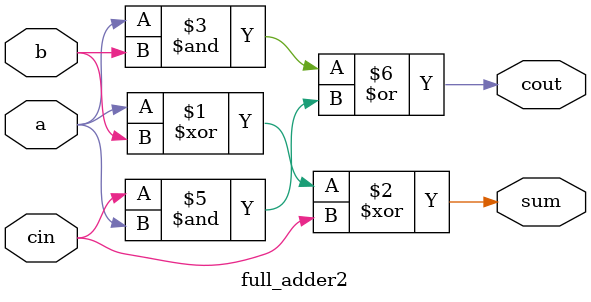
<source format=v>
module full_adder2(a,b,cin,sum,cout);
input a,b,cin;
output sum,cout;
assign sum = a^b^cin;
assign cout = a&b|cin&(a|1'b0); 
// initial begin
//     $display("The incorrect adder with or0 having in2/0");
// end   
endmodule
</source>
